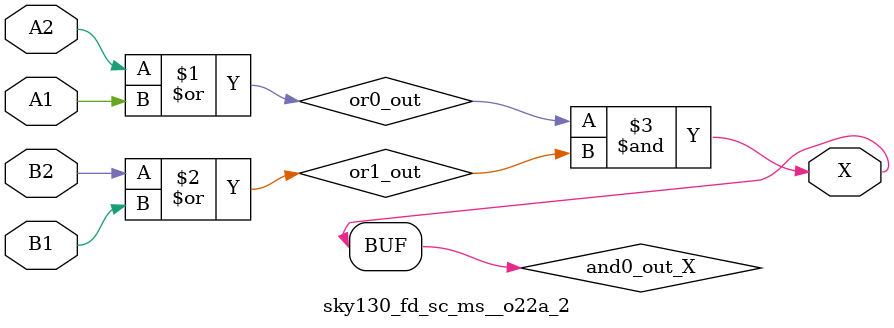
<source format=v>
/*
 * Copyright 2020 The SkyWater PDK Authors
 *
 * Licensed under the Apache License, Version 2.0 (the "License");
 * you may not use this file except in compliance with the License.
 * You may obtain a copy of the License at
 *
 *     https://www.apache.org/licenses/LICENSE-2.0
 *
 * Unless required by applicable law or agreed to in writing, software
 * distributed under the License is distributed on an "AS IS" BASIS,
 * WITHOUT WARRANTIES OR CONDITIONS OF ANY KIND, either express or implied.
 * See the License for the specific language governing permissions and
 * limitations under the License.
 *
 * SPDX-License-Identifier: Apache-2.0
*/


`ifndef SKY130_FD_SC_MS__O22A_2_FUNCTIONAL_V
`define SKY130_FD_SC_MS__O22A_2_FUNCTIONAL_V

/**
 * o22a: 2-input OR into both inputs of 2-input AND.
 *
 *       X = ((A1 | A2) & (B1 | B2))
 *
 * Verilog simulation functional model.
 */

`timescale 1ns / 1ps
`default_nettype none

`celldefine
module sky130_fd_sc_ms__o22a_2 (
    X ,
    A1,
    A2,
    B1,
    B2
);

    // Module ports
    output X ;
    input  A1;
    input  A2;
    input  B1;
    input  B2;

    // Local signals
    wire or0_out   ;
    wire or1_out   ;
    wire and0_out_X;

    //  Name  Output      Other arguments
    or  or0  (or0_out   , A2, A1          );
    or  or1  (or1_out   , B2, B1          );
    and and0 (and0_out_X, or0_out, or1_out);
    buf buf0 (X         , and0_out_X      );

endmodule
`endcelldefine

`default_nettype wire
`endif  // SKY130_FD_SC_MS__O22A_2_FUNCTIONAL_V

</source>
